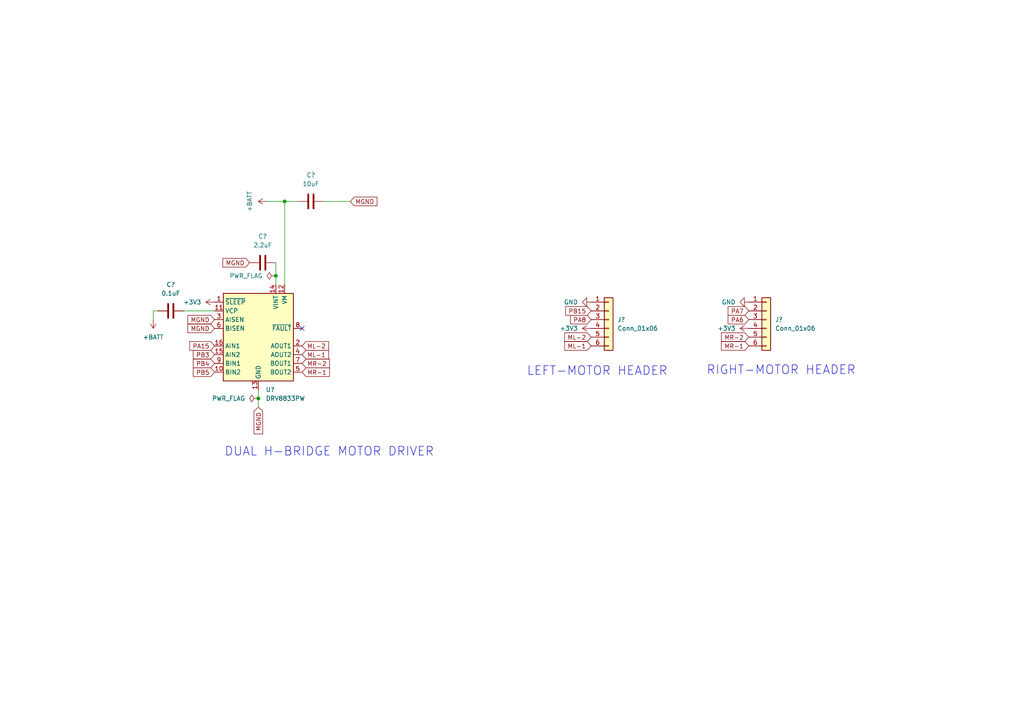
<source format=kicad_sch>
(kicad_sch (version 20250114) (generator "eeschema") (generator_version "9.0")
  (paper "A4")
  (title_block (title "Motor Encoder DRV8833PW") (date "11/28/2025"))
  (lib_symbols
    (symbol "Connector_Generic:Conn_01x06" (pin_names (offset 1.016) (hide yes))
      (property "Reference" "J" (at 0 7.62 0))
      (property "Value" "Conn_01x06" (at 0 -10.16 0))
      (symbol "Conn_01x06_1_1"
        (rectangle (start -1.27 6.35) (end 1.27 -8.89) (stroke (width 0.254)) (fill (type background)))
        (rectangle (start -1.27 5.207) (end 0 4.953) (stroke (width 0.1524)))
        (rectangle (start -1.27 2.667) (end 0 2.413) (stroke (width 0.1524)))
        (rectangle (start -1.27 0.127) (end 0 -0.127) (stroke (width 0.1524)))
        (rectangle (start -1.27 -2.413) (end 0 -2.667) (stroke (width 0.1524)))
        (rectangle (start -1.27 -4.953) (end 0 -5.207) (stroke (width 0.1524)))
        (rectangle (start -1.27 -7.493) (end 0 -7.747) (stroke (width 0.1524)))
        (pin passive line (at -5.08 5.08 0) (length 3.81) (name "Pin_1") (number "1"))
        (pin passive line (at -5.08 2.54 0) (length 3.81) (name "Pin_2") (number "2"))
        (pin passive line (at -5.08 0 0) (length 3.81) (name "Pin_3") (number "3"))
        (pin passive line (at -5.08 -2.54 0) (length 3.81) (name "Pin_4") (number "4"))
        (pin passive line (at -5.08 -5.08 0) (length 3.81) (name "Pin_5") (number "5"))
        (pin passive line (at -5.08 -7.62 0) (length 3.81) (name "Pin_6") (number "6"))
      )
    )
    (symbol "Device:C" (pin_numbers (hide yes)) (pin_names (offset 0.254))
      (property "Reference" "C" (at 0.635 2.54 0))
      (property "Value" "C" (at 0.635 -2.54 0))
      (symbol "C_0_1"
        (polyline (pts (xy -2.032 0.762) (xy 2.032 0.762)) (stroke (width 0.508)))
        (polyline (pts (xy -2.032 -0.762) (xy 2.032 -0.762)) (stroke (width 0.508)))
      )
      (symbol "C_1_1"
        (pin passive line (at 0 3.81 270) (length 2.794) (name "~") (number "1"))
        (pin passive line (at 0 -3.81 90) (length 2.794) (name "~") (number "2"))
      )
    )
    (symbol "Driver_Motor:DRV8833PW"
      (property "Reference" "U" (at -3.81 16.51 0))
      (property "Value" "DRV8833PW" (at -3.81 13.97 0))
      (symbol "DRV8833PW_0_1"
        (rectangle (start -10.16 12.7) (end 10.16 -12.7) (stroke (width 0.254)) (fill (type background)))
      )
      (symbol "DRV8833PW_1_1"
        (pin input line (at -12.7 10.16 0) (length 2.54) (name "~{SLEEP}") (number "1"))
        (pin bidirectional line (at -12.7 7.62 0) (length 2.54) (name "VCP") (number "11"))
        (pin bidirectional line (at -12.7 5.08 0) (length 2.54) (name "AISEN") (number "3"))
        (pin bidirectional line (at -12.7 2.54 0) (length 2.54) (name "BISEN") (number "6"))
        (pin input line (at -12.7 -2.54 0) (length 2.54) (name "AIN1") (number "16"))
        (pin input line (at -12.7 -5.08 0) (length 2.54) (name "AIN2") (number "15"))
        (pin input line (at -12.7 -7.62 0) (length 2.54) (name "BIN1") (number "9"))
        (pin input line (at -12.7 -10.16 0) (length 2.54) (name "BIN2") (number "10"))
        (pin power_in line (at 0 -15.24 90) (length 2.54) (name "GND") (number "13"))
        (pin power_in line (at 5.08 15.24 270) (length 2.54) (name "VINT") (number "14"))
        (pin power_in line (at 7.62 15.24 270) (length 2.54) (name "VM") (number "12"))
        (pin open_collector line (at 12.7 2.54 180) (length 2.54) (name "~{FAULT}") (number "8"))
        (pin power_out line (at 12.7 -2.54 180) (length 2.54) (name "AOUT1") (number "2"))
        (pin power_out line (at 12.7 -5.08 180) (length 2.54) (name "AOUT2") (number "4"))
        (pin power_out line (at 12.7 -7.62 180) (length 2.54) (name "BOUT1") (number "7"))
        (pin power_out line (at 12.7 -10.16 180) (length 2.54) (name "BOUT2") (number "5"))
      )
    )
    (symbol "power:+3V3" (power) (pin_numbers (hide yes)) (pin_names (offset 0) (hide yes))
      (property "Value" "+3V3" (at 0 3.556 0))
      (symbol "+3V3_0_1"
        (polyline (pts (xy -0.762 1.27) (xy 0 2.54)))
        (polyline (pts (xy 0 2.54) (xy 0.762 1.27)))
        (polyline (pts (xy 0 0) (xy 0 2.54)))
      )
      (symbol "+3V3_1_1"
        (pin power_in line (at 0 0 90) (length 0) (name "~") (number "1"))
      )
    )
    (symbol "power:+BATT" (power) (pin_numbers (hide yes)) (pin_names (offset 0) (hide yes))
      (property "Value" "+BATT" (at 0 3.556 0))
      (symbol "+BATT_0_1"
        (polyline (pts (xy -0.762 1.27) (xy 0 2.54)))
        (polyline (pts (xy 0 2.54) (xy 0.762 1.27)))
        (polyline (pts (xy 0 0) (xy 0 2.54)))
      )
      (symbol "+BATT_1_1"
        (pin power_in line (at 0 0 90) (length 0) (name "~") (number "1"))
      )
    )
    (symbol "power:GND" (power) (pin_numbers (hide yes)) (pin_names (offset 0) (hide yes))
      (property "Value" "GND" (at 0 -3.81 0))
      (symbol "GND_0_1"
        (polyline (pts (xy 0 0) (xy 0 -1.27) (xy 1.27 -1.27) (xy 0 -2.54) (xy -1.27 -1.27) (xy 0 -1.27)))
      )
      (symbol "GND_1_1"
        (pin power_in line (at 0 0 270) (length 0) (name "~") (number "1"))
      )
    )
    (symbol "power:PWR_FLAG" (power) (pin_numbers (hide yes)) (pin_names (offset 0) (hide yes))
      (property "Value" "PWR_FLAG" (at 0 3.81 0))
      (symbol "PWR_FLAG_0_0"
        (pin power_out line (at 0 0 90) (length 0) (name "~") (number "1"))
      )
      (symbol "PWR_FLAG_0_1"
        (polyline (pts (xy 0 0) (xy 0 1.27) (xy -1.016 1.905) (xy 0 2.54) (xy 1.016 1.905) (xy 0 1.27)))
      )
    )
  )
  (text "DUAL H-BRIDGE MOTOR DRIVER" (at 95.504 131.064 0) (effects (font (size 2.54 2.54))))
  (text "LEFT-MOTOR HEADER" (at 173.228 107.696 0) (effects (font (size 2.54 2.54))))
  (text "RIGHT-MOTOR HEADER" (at 226.568 107.442 0) (effects (font (size 2.54 2.54))))
  (junction (at 74.93 115.57))
  (junction (at 80.01 80.01))
  (junction (at 82.55 58.42))
  (no_connect (at 87.63 95.25))
  (wire (pts (xy 44.45 90.17) (xy 45.72 90.17)))
  (wire (pts (xy 44.45 92.71) (xy 44.45 90.17)))
  (wire (pts (xy 77.47 58.42) (xy 82.55 58.42)))
  (wire (pts (xy 74.93 113.03) (xy 74.93 115.57)))
  (wire (pts (xy 80.01 76.2) (xy 80.01 80.01)))
  (wire (pts (xy 80.01 80.01) (xy 80.01 82.55)))
  (wire (pts (xy 93.98 58.42) (xy 101.6 58.42)))
  (wire (pts (xy 82.55 58.42) (xy 82.55 82.55)))
  (wire (pts (xy 82.55 58.42) (xy 86.36 58.42)))
  (wire (pts (xy 53.34 90.17) (xy 62.23 90.17)))
  (wire (pts (xy 74.93 115.57) (xy 74.93 118.11)))
  (global_label "MGND" (shape input) (at 74.93 118.11 270) (property "Intersheetrefs" "${INTERSHEET_REFS}" (effects (hide yes))))
  (global_label "PB3" (shape input) (at 62.23 102.87 180) (property "Intersheetrefs" "${INTERSHEET_REFS}" (effects (hide yes))))
  (global_label "MR-1" (shape input) (at 87.63 107.95 0) (property "Intersheetrefs" "${INTERSHEET_REFS}" (effects (hide yes))))
  (global_label "MGND" (shape input) (at 62.23 92.71 180) (property "Intersheetrefs" "${INTERSHEET_REFS}" (effects (hide yes))))
  (global_label "PB4" (shape input) (at 62.23 105.41 180) (property "Intersheetrefs" "${INTERSHEET_REFS}" (effects (hide yes))))
  (global_label "MR-1" (shape input) (at 217.17 100.33 180) (property "Intersheetrefs" "${INTERSHEET_REFS}" (effects (hide yes))))
  (global_label "PB15" (shape input) (at 171.45 90.17 180) (property "Intersheetrefs" "${INTERSHEET_REFS}" (effects (hide yes))))
  (global_label "MGND" (shape input) (at 72.39 76.2 180) (property "Intersheetrefs" "${INTERSHEET_REFS}" (effects (hide yes))))
  (global_label "MR-2" (shape input) (at 217.17 97.79 180) (property "Intersheetrefs" "${INTERSHEET_REFS}" (effects (hide yes))))
  (global_label "ML-2" (shape input) (at 171.45 97.79 180) (property "Intersheetrefs" "${INTERSHEET_REFS}" (effects (hide yes))))
  (global_label "MGND" (shape input) (at 62.23 95.25 180) (property "Intersheetrefs" "${INTERSHEET_REFS}" (effects (hide yes))))
  (global_label "PA6" (shape input) (at 217.17 92.71 180) (property "Intersheetrefs" "${INTERSHEET_REFS}" (effects (hide yes))))
  (global_label "PA15" (shape input) (at 62.23 100.33 180) (property "Intersheetrefs" "${INTERSHEET_REFS}" (effects (hide yes))))
  (global_label "ML-2" (shape input) (at 87.63 100.33 0) (property "Intersheetrefs" "${INTERSHEET_REFS}" (effects (hide yes))))
  (global_label "PA8" (shape input) (at 171.45 92.71 180) (property "Intersheetrefs" "${INTERSHEET_REFS}" (effects (hide yes))))
  (global_label "PA7" (shape input) (at 217.17 90.17 180) (property "Intersheetrefs" "${INTERSHEET_REFS}" (effects (hide yes))))
  (global_label "MR-2" (shape input) (at 87.63 105.41 0) (property "Intersheetrefs" "${INTERSHEET_REFS}" (effects (hide yes))))
  (global_label "ML-1" (shape input) (at 171.45 100.33 180) (property "Intersheetrefs" "${INTERSHEET_REFS}" (effects (hide yes))))
  (global_label "PB5" (shape input) (at 62.23 107.95 180) (property "Intersheetrefs" "${INTERSHEET_REFS}" (effects (hide yes))))
  (global_label "MGND" (shape input) (at 101.6 58.42 0) (property "Intersheetrefs" "${INTERSHEET_REFS}" (effects (hide yes))))
  (global_label "ML-1" (shape input) (at 87.63 102.87 0) (property "Intersheetrefs" "${INTERSHEET_REFS}" (effects (hide yes))))
  (symbol (lib_id "power:PWR_FLAG") (at 80.01 80.01 90) (unit 1)
    (property "Reference" "#FLG?" (effects (hide yes)))
    (property "Value" "PWR_FLAG" (at 76.2 80.0099 90) (effects (justify left)))
    (property "Description" "Special symbol for telling ERC where power comes from" (effects (hide yes)))
  )
  (symbol (lib_id "Device:C") (at 90.17 58.42 90) (unit 1)
    (property "Reference" "C?" (at 90.17 50.8 90))
    (property "Value" "10uF" (at 90.17 53.34 90))
    (property "Footprint" "Capacitor_SMD:C_0603_1608Metric" (effects (hide yes)))
    (property "Datasheet" "kicad-embed://GRM188R60J106ME47-01.pdf" (effects (hide yes)))
    (property "Description" "Unpolarized capacitor" (effects (hide yes)))
  )
  (symbol (lib_id "power:+BATT") (at 44.45 92.71 180) (unit 1)
    (property "Reference" "#PWR?" (effects (hide yes)))
    (property "Value" "+BATT" (at 44.45 97.79 0))
    (property "Description" "Power symbol creates a global label with name \"+BATT\"" (effects (hide yes)))
  )
  (symbol (lib_id "Connector_Generic:Conn_01x06") (at 222.25 92.71 0) (unit 1)
    (property "Reference" "J?" (at 224.79 92.7099 0) (effects (justify left)))
    (property "Value" "Conn_01x06" (at 224.79 95.2499 0) (effects (justify left)))
    (property "Footprint" "SH_1x06_1:JST_SH_BM06B-SRSS-TB_06x1.00mm_Straight" (effects (hide yes)))
    (property "Datasheet" "kicad-embed://eSH.pdf" (effects (hide yes)))
    (property "Description" "Generic connector, single row, 01x06, script generated (kicad-library-utils/schlib/autogen/connector/)" (effects (hide yes)))
  )
  (symbol (lib_id "power:+3V3") (at 62.23 87.63 90) (unit 1)
    (property "Reference" "#PWR?" (effects (hide yes)))
    (property "Value" "+3V3" (at 58.42 87.6299 90) (effects (justify left)))
    (property "Description" "Power symbol creates a global label with name \"+3V3\"" (effects (hide yes)))
  )
  (symbol (lib_id "power:+3V3") (at 171.45 95.25 90) (unit 1)
    (property "Reference" "#PWR?" (effects (hide yes)))
    (property "Value" "+3V3" (at 167.64 95.2499 90) (effects (justify left)))
    (property "Description" "Power symbol creates a global label with name \"+3V3\"" (effects (hide yes)))
  )
  (symbol (lib_id "Connector_Generic:Conn_01x06") (at 176.53 92.71 0) (unit 1)
    (property "Reference" "J?" (at 179.07 92.7099 0) (effects (justify left)))
    (property "Value" "Conn_01x06" (at 179.07 95.2499 0) (effects (justify left)))
    (property "Footprint" "SH_1x06_1:JST_SH_BM06B-SRSS-TB_06x1.00mm_Straight" (effects (hide yes)))
    (property "Datasheet" "kicad-embed://eSH.pdf" (effects (hide yes)))
    (property "Description" "Generic connector, single row, 01x06, script generated (kicad-library-utils/schlib/autogen/connector/)" (effects (hide yes)))
  )
  (symbol (lib_id "Device:C") (at 76.2 76.2 90) (unit 1)
    (property "Reference" "C?" (at 76.2 68.58 90))
    (property "Value" "2.2uF" (at 76.2 71.12 90))
    (property "Footprint" "Capacitor_SMD:C_0603_1608Metric" (effects (hide yes)))
    (property "Datasheet" "kicad-embed://CL10B225KP8NNNC_Spec.pdf" (effects (hide yes)))
    (property "Description" "Unpolarized capacitor" (effects (hide yes)))
  )
  (symbol (lib_id "power:PWR_FLAG") (at 74.93 115.57 90) (unit 1)
    (property "Reference" "#FLG?" (effects (hide yes)))
    (property "Value" "PWR_FLAG" (at 71.12 115.5699 90) (effects (justify left)))
    (property "Description" "Special symbol for telling ERC where power comes from" (effects (hide yes)))
  )
  (symbol (lib_id "Device:C") (at 49.53 90.17 90) (unit 1)
    (property "Reference" "C?" (at 49.53 82.55 90))
    (property "Value" "0.1uF" (at 49.53 85.09 90))
    (property "Footprint" "Capacitor_SMD:C_0603_1608Metric" (effects (hide yes)))
    (property "Datasheet" "kicad-embed://CC0603KRX7R7BB104.pdf" (effects (hide yes)))
    (property "Description" "Unpolarized capacitor" (effects (hide yes)))
  )
  (symbol (lib_id "power:+3V3") (at 217.17 95.25 90) (unit 1)
    (property "Reference" "#PWR?" (effects (hide yes)))
    (property "Value" "+3V3" (at 213.36 95.2499 90) (effects (justify left)))
    (property "Description" "Power symbol creates a global label with name \"+3V3\"" (effects (hide yes)))
  )
  (symbol (lib_id "power:GND") (at 171.45 87.63 270) (unit 1)
    (property "Reference" "#PWR?" (effects (hide yes)))
    (property "Value" "GND" (at 167.64 87.6299 90) (effects (justify right)))
    (property "Description" "Power symbol creates a global label with name \"GND\" , ground" (effects (hide yes)))
  )
  (symbol (lib_id "Driver_Motor:DRV8833PW") (at 74.93 97.79 0) (unit 1)
    (property "Reference" "U?" (at 77.0733 113.03 0) (effects (justify left)))
    (property "Value" "DRV8833PW" (at 77.0733 115.57 0) (effects (justify left)))
    (property "Footprint" "Package_SO:TSSOP-16_4.4x5mm_P0.65mm" (effects (hide yes)))
    (property "Datasheet" "kicad-embed://drv8833.pdf" (effects (hide yes)))
    (property "Description" "Dual H-Bridge Motor Driver, TSSOP-16" (effects (hide yes)))
  )
  (symbol (lib_id "power:+BATT") (at 77.47 58.42 90) (unit 1)
    (property "Reference" "#PWR?" (effects (hide yes)))
    (property "Value" "+BATT" (at 72.39 58.42 0))
    (property "Description" "Power symbol creates a global label with name \"+BATT\"" (effects (hide yes)))
  )
  (symbol (lib_id "power:GND") (at 217.17 87.63 270) (unit 1)
    (property "Reference" "#PWR?" (effects (hide yes)))
    (property "Value" "GND" (at 213.36 87.6299 90) (effects (justify right)))
    (property "Description" "Power symbol creates a global label with name \"GND\" , ground" (effects (hide yes)))
  )
)
</source>
